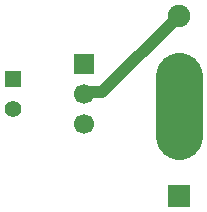
<source format=gtl>
G04*
G04 #@! TF.GenerationSoftware,Altium Limited,Altium Designer,19.1.6 (110)*
G04*
G04 Layer_Physical_Order=1*
G04 Layer_Color=255*
%FSLAX42Y42*%
%MOMM*%
G71*
G01*
G75*
%ADD19C,1.00*%
%ADD20C,4.00*%
%ADD21C,1.70*%
%ADD22R,1.70X1.70*%
%ADD23R,1.90X1.90*%
%ADD24C,1.90*%
%ADD25R,1.40X1.40*%
%ADD26C,1.40*%
D19*
X1876Y1554D02*
X1900D01*
X1251Y1413D02*
X1900Y2062D01*
X1113Y1413D02*
X1251D01*
X1100Y1400D02*
X1113Y1413D01*
D20*
X1900Y1046D02*
Y1554D01*
D21*
X1100Y1146D02*
D03*
Y1400D02*
D03*
D22*
Y1654D02*
D03*
D23*
X1900Y538D02*
D03*
D24*
Y1046D02*
D03*
Y1554D02*
D03*
Y2062D02*
D03*
D25*
X500Y1527D02*
D03*
D26*
Y1273D02*
D03*
M02*

</source>
